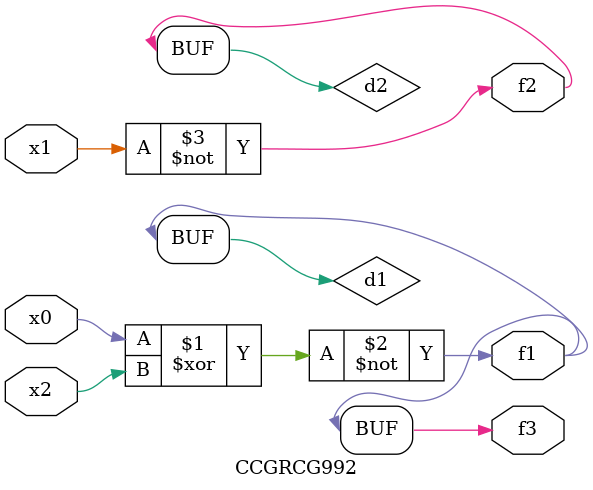
<source format=v>
module CCGRCG992(
	input x0, x1, x2,
	output f1, f2, f3
);

	wire d1, d2, d3;

	xnor (d1, x0, x2);
	nand (d2, x1);
	nor (d3, x1, x2);
	assign f1 = d1;
	assign f2 = d2;
	assign f3 = d1;
endmodule

</source>
